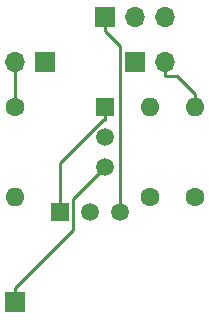
<source format=gbr>
G04 #@! TF.GenerationSoftware,KiCad,Pcbnew,(5.1.2)-2*
G04 #@! TF.CreationDate,2019-11-25T02:53:00-05:00*
G04 #@! TF.ProjectId,esp82single,65737038-3273-4696-9e67-6c652e6b6963,rev?*
G04 #@! TF.SameCoordinates,Original*
G04 #@! TF.FileFunction,Copper,L1,Top*
G04 #@! TF.FilePolarity,Positive*
%FSLAX46Y46*%
G04 Gerber Fmt 4.6, Leading zero omitted, Abs format (unit mm)*
G04 Created by KiCad (PCBNEW (5.1.2)-2) date 2019-11-25 02:53:00*
%MOMM*%
%LPD*%
G04 APERTURE LIST*
%ADD10R,1.700000X1.700000*%
%ADD11O,1.700000X1.700000*%
%ADD12C,1.500000*%
%ADD13R,1.500000X1.500000*%
%ADD14O,1.600000X1.600000*%
%ADD15C,1.600000*%
%ADD16C,0.250000*%
G04 APERTURE END LIST*
D10*
X139700000Y-73660000D03*
D11*
X142240000Y-73660000D03*
D10*
X137160000Y-69850000D03*
D11*
X139700000Y-69850000D03*
X142240000Y-69850000D03*
X129540000Y-73660000D03*
D10*
X132080000Y-73660000D03*
X129540000Y-93980000D03*
D12*
X135890000Y-86360000D03*
X138430000Y-86360000D03*
D13*
X133350000Y-86360000D03*
D14*
X144780000Y-77470000D03*
D15*
X144780000Y-85090000D03*
X129540000Y-77470000D03*
D14*
X129540000Y-85090000D03*
D15*
X140970000Y-85090000D03*
D14*
X140970000Y-77470000D03*
D13*
X137160000Y-77470000D03*
D12*
X137160000Y-82550000D03*
X137160000Y-80010000D03*
D16*
X142240000Y-73660000D02*
X142240000Y-74835300D01*
X144780000Y-77470000D02*
X144780000Y-76344700D01*
X144780000Y-76344700D02*
X143270600Y-74835300D01*
X143270600Y-74835300D02*
X142240000Y-74835300D01*
X137160000Y-69850000D02*
X137160000Y-71025300D01*
X138430000Y-86360000D02*
X138430000Y-72295300D01*
X138430000Y-72295300D02*
X137160000Y-71025300D01*
X129540000Y-77470000D02*
X129540000Y-73660000D01*
X137160000Y-77470000D02*
X137160000Y-78545300D01*
X133350000Y-86360000D02*
X133350000Y-82220900D01*
X133350000Y-82220900D02*
X137025600Y-78545300D01*
X137025600Y-78545300D02*
X137160000Y-78545300D01*
X129540000Y-93980000D02*
X129540000Y-92804700D01*
X137160000Y-82550000D02*
X134460700Y-85249300D01*
X134460700Y-85249300D02*
X134460700Y-87884000D01*
X134460700Y-87884000D02*
X129540000Y-92804700D01*
M02*

</source>
